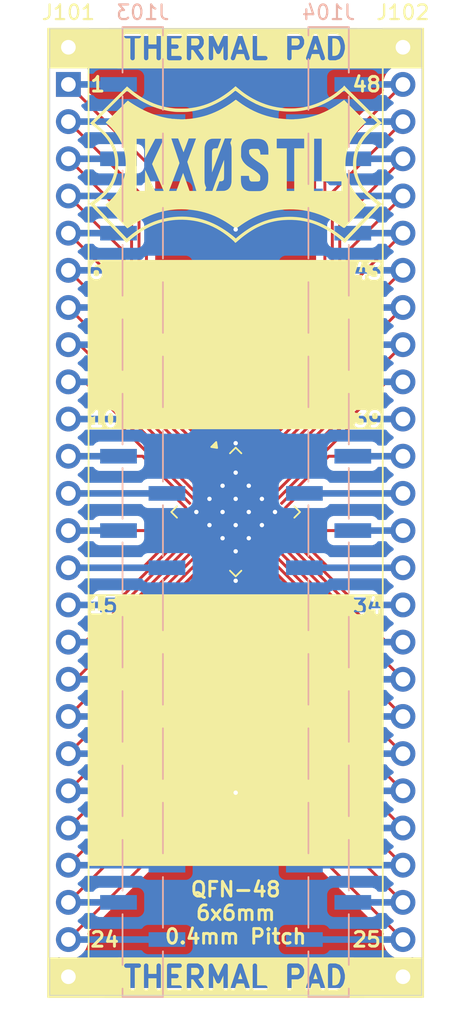
<source format=kicad_pcb>
(kicad_pcb (version 20241229) (generator "pcbnew") (generator_version "9.0")
  (layers (0 "F.Cu" signal) (2 "B.Cu" signal) (13 "F.Paste" user) (15 "B.Paste" user) (5 "F.SilkS" user "F.Silkscreen") (7 "B.SilkS" user "B.Silkscreen") (1 "F.Mask" user) (3 "B.Mask" user) (25 "Edge.Cuts" user))
  (net 0 "")
  (net 1 "/27")
  (net 2 "/10")
  (net 3 "/3")
  (net 4 "/6")
  (net 5 "/8")
  (net 6 "/1")
  (net 7 "/31")
  (net 8 "/7")
  (net 9 "/28")
  (net 10 "/2")
  (net 11 "/32")
  (net 12 "/24")
  (net 13 "/23")
  (net 14 "/19")
  (net 15 "/20")
  (net 16 "/18")
  (net 17 "/9")
  (net 18 "/14")
  (net 19 "/34")
  (net 20 "/26")
  (net 21 "/21")
  (net 22 "/16")
  (net 23 "/29")
  (net 24 "/15")
  (net 25 "/25")
  (net 26 "/30")
  (net 27 "/33")
  (net 28 "/17")
  (net 29 "/5")
  (net 30 "/4")
  (net 31 "/13")
  (net 32 "/12")
  (net 33 "/11")
  (net 34 "/22")
  (net 35 "/43")
  (net 36 "/40")
  (net 37 "/41")
  (net 38 "/48")
  (net 39 "/35")
  (net 40 "/37")
  (net 41 "/49")
  (net 42 "/45")
  (net 43 "/47")
  (net 44 "/39")
  (net 45 "/46")
  (net 46 "/44")
  (net 47 "/42")
  (net 48 "/38")
  (net 49 "/36")
  (footprint "Package_DFN_QFN:QFN-48-1EP_6x6mm_P0.4mm_EP4.3x4.3mm_ThermalVias" (layer "F.Cu") (at 138.43 120.65 -45)
    (property "Reference" "U101" (hide yes))
    (property "Value" "QFN-48")
    (pad "1" smd roundrect (at -3.149999 -2.2 315) (size 1.2 0.2) (layers "F.Cu" "F.Mask" "F.Paste") (net 6 "/1"))
    (pad "2" smd roundrect (at -3.15 -1.8 315) (size 1.2 0.2) (layers "F.Cu" "F.Mask" "F.Paste") (net 10 "/2"))
    (pad "3" smd roundrect (at -3.15 -1.399999 315) (size 1.2 0.2) (layers "F.Cu" "F.Mask" "F.Paste") (net 3 "/3"))
    (pad "4" smd roundrect (at -3.15 -1 315) (size 1.2 0.2) (layers "F.Cu" "F.Mask" "F.Paste") (net 30 "/4"))
    (pad "5" smd roundrect (at -3.149999 -0.6 315) (size 1.2 0.2) (layers "F.Cu" "F.Mask" "F.Paste") (net 29 "/5"))
    (pad "6" smd roundrect (at -3.15 -0.199999 315) (size 1.2 0.2) (layers "F.Cu" "F.Mask" "F.Paste") (net 4 "/6"))
    (pad "7" smd roundrect (at -3.15 0.199999 315) (size 1.2 0.2) (layers "F.Cu" "F.Mask" "F.Paste") (net 8 "/7"))
    (pad "8" smd roundrect (at -3.149999 0.6 315) (size 1.2 0.2) (layers "F.Cu" "F.Mask" "F.Paste") (net 5 "/8"))
    (pad "9" smd roundrect (at -3.15 1 315) (size 1.2 0.2) (layers "F.Cu" "F.Mask" "F.Paste") (net 17 "/9"))
    (pad "10" smd roundrect (at -3.15 1.399999 315) (size 1.2 0.2) (layers "F.Cu" "F.Mask" "F.Paste") (net 2 "/10"))
    (pad "11" smd roundrect (at -3.15 1.8 315) (size 1.2 0.2) (layers "F.Cu" "F.Mask" "F.Paste") (net 33 "/11"))
    (pad "12" smd roundrect (at -3.149999 2.2 315) (size 1.2 0.2) (layers "F.Cu" "F.Mask" "F.Paste") (net 32 "/12"))
    (pad "13" smd roundrect (at -2.2 3.149999 315) (size 0.2 1.2) (layers "F.Cu" "F.Mask" "F.Paste") (net 31 "/13"))
    (pad "14" smd roundrect (at -1.8 3.15 315) (size 0.2 1.2) (layers "F.Cu" "F.Mask" "F.Paste") (net 18 "/14"))
    (pad "15" smd roundrect (at -1.399999 3.15 315) (size 0.2 1.2) (layers "F.Cu" "F.Mask" "F.Paste") (net 24 "/15"))
    (pad "16" smd roundrect (at -1 3.15 315) (size 0.2 1.2) (layers "F.Cu" "F.Mask" "F.Paste") (net 22 "/16"))
    (pad "17" smd roundrect (at -0.6 3.149999 315) (size 0.2 1.2) (layers "F.Cu" "F.Mask" "F.Paste") (net 28 "/17"))
    (pad "18" smd roundrect (at -0.199999 3.15 315) (size 0.2 1.2) (layers "F.Cu" "F.Mask" "F.Paste") (net 16 "/18"))
    (pad "19" smd roundrect (at 0.199999 3.15 315) (size 0.2 1.2) (layers "F.Cu" "F.Mask" "F.Paste") (net 14 "/19"))
    (pad "20" smd roundrect (at 0.6 3.149999 315) (size 0.2 1.2) (layers "F.Cu" "F.Mask" "F.Paste") (net 15 "/20"))
    (pad "21" smd roundrect (at 1 3.15 315) (size 0.2 1.2) (layers "F.Cu" "F.Mask" "F.Paste") (net 21 "/21"))
    (pad "22" smd roundrect (at 1.399999 3.15 315) (size 0.2 1.2) (layers "F.Cu" "F.Mask" "F.Paste") (net 34 "/22"))
    (pad "23" smd roundrect (at 1.8 3.15 315) (size 0.2 1.2) (layers "F.Cu" "F.Mask" "F.Paste") (net 13 "/23"))
    (pad "24" smd roundrect (at 2.2 3.149999 315) (size 0.2 1.2) (layers "F.Cu" "F.Mask" "F.Paste") (net 12 "/24"))
    (pad "25" smd roundrect (at 3.149999 2.2 315) (size 1.2 0.2) (layers "F.Cu" "F.Mask" "F.Paste") (net 25 "/25"))
    (pad "26" smd roundrect (at 3.15 1.8 315) (size 1.2 0.2) (layers "F.Cu" "F.Mask" "F.Paste") (net 20 "/26"))
    (pad "27" smd roundrect (at 3.15 1.399999 315) (size 1.2 0.2) (layers "F.Cu" "F.Mask" "F.Paste") (net 1 "/27"))
    (pad "28" smd roundrect (at 3.15 1 315) (size 1.2 0.2) (layers "F.Cu" "F.Mask" "F.Paste") (net 9 "/28"))
    (pad "29" smd roundrect (at 3.149999 0.6 315) (size 1.2 0.2) (layers "F.Cu" "F.Mask" "F.Paste") (net 23 "/29"))
    (pad "30" smd roundrect (at 3.15 0.199999 315) (size 1.2 0.2) (layers "F.Cu" "F.Mask" "F.Paste") (net 26 "/30"))
    (pad "31" smd roundrect (at 3.15 -0.199999 315) (size 1.2 0.2) (layers "F.Cu" "F.Mask" "F.Paste") (net 7 "/31"))
    (pad "32" smd roundrect (at 3.149999 -0.6 315) (size 1.2 0.2) (layers "F.Cu" "F.Mask" "F.Paste") (net 11 "/32"))
    (pad "33" smd roundrect (at 3.15 -1 315) (size 1.2 0.2) (layers "F.Cu" "F.Mask" "F.Paste") (net 27 "/33"))
    (pad "34" smd roundrect (at 3.15 -1.399999 315) (size 1.2 0.2) (layers "F.Cu" "F.Mask" "F.Paste") (net 19 "/34"))
    (pad "35" smd roundrect (at 3.15 -1.8 315) (size 1.2 0.2) (layers "F.Cu" "F.Mask" "F.Paste") (net 39 "/35"))
    (pad "36" smd roundrect (at 3.149999 -2.2 315) (size 1.2 0.2) (layers "F.Cu" "F.Mask" "F.Paste") (net 49 "/36"))
    (pad "37" smd roundrect (at 2.2 -3.149999 315) (size 0.2 1.2) (layers "F.Cu" "F.Mask" "F.Paste") (net 40 "/37"))
    (pad "38" smd roundrect (at 1.8 -3.15 315) (size 0.2 1.2) (layers "F.Cu" "F.Mask" "F.Paste") (net 48 "/38"))
    (pad "39" smd roundrect (at 1.399999 -3.15 315) (size 0.2 1.2) (layers "F.Cu" "F.Mask" "F.Paste") (net 44 "/39"))
    (pad "40" smd roundrect (at 1 -3.15 315) (size 0.2 1.2) (layers "F.Cu" "F.Mask" "F.Paste") (net 36 "/40"))
    (pad "41" smd roundrect (at 0.6 -3.149999 315) (size 0.2 1.2) (layers "F.Cu" "F.Mask" "F.Paste") (net 37 "/41"))
    (pad "42" smd roundrect (at 0.199999 -3.15 315) (size 0.2 1.2) (layers "F.Cu" "F.Mask" "F.Paste") (net 47 "/42"))
    (pad "43" smd roundrect (at -0.199999 -3.15 315) (size 0.2 1.2) (layers "F.Cu" "F.Mask" "F.Paste") (net 35 "/43"))
    (pad "44" smd roundrect (at -0.6 -3.149999 315) (size 0.2 1.2) (layers "F.Cu" "F.Mask" "F.Paste") (net 46 "/44"))
    (pad "45" smd roundrect (at -1 -3.15 315) (size 0.2 1.2) (layers "F.Cu" "F.Mask" "F.Paste") (net 42 "/45"))
    (pad "46" smd roundrect (at -1.399999 -3.15 315) (size 0.2 1.2) (layers "F.Cu" "F.Mask" "F.Paste") (net 45 "/46"))
    (pad "47" smd roundrect (at -1.8 -3.15 315) (size 0.2 1.2) (layers "F.Cu" "F.Mask" "F.Paste") (net 43 "/47"))
    (pad "48" smd roundrect (at -2.2 -3.149999 315) (size 0.2 1.2) (layers "F.Cu" "F.Mask" "F.Paste") (net 38 "/48"))
    (pad "49" thru_hole circle (at -1.9 -1.9 315) (size 0.5 0.5) (drill 0.3) (property pad_prop_heatsink) (layers "*.Cu") (net 41 "/49"))
    (pad "49" thru_hole circle (at -1.9 -0.633333 315) (size 0.5 0.5) (drill 0.3) (property pad_prop_heatsink) (layers "*.Cu") (net 41 "/49"))
    (pad "49" thru_hole circle (at -1.9 0.633333 315) (size 0.5 0.5) (drill 0.3) (property pad_prop_heatsink) (layers "*.Cu") (net 41 "/49"))
    (pad "49" thru_hole circle (at -1.9 1.9 315) (size 0.5 0.5) (drill 0.3) (property pad_prop_heatsink) (layers "*.Cu") (net 41 "/49"))
    (pad "49" thru_hole circle (at -0.633333 -1.9 315) (size 0.5 0.5) (drill 0.3) (property pad_prop_heatsink) (layers "*.Cu") (net 41 "/49"))
    (pad "49" thru_hole circle (at -0.633333 -0.633333 315) (size 0.5 0.5) (drill 0.3) (property pad_prop_heatsink) (layers "*.Cu") (net 41 "/49"))
    (pad "49" thru_hole circle (at -0.633333 0.633333 315) (size 0.5 0.5) (drill 0.3) (property pad_prop_heatsink) (layers "*.Cu") (net 41 "/49"))
    (pad "49" thru_hole circle (at -0.633333 1.9 315) (size 0.5 0.5) (drill 0.3) (property pad_prop_heatsink) (layers "*.Cu") (net 41 "/49"))
    (pad "49" smd rect (at 0 0 315) (size 4.3 4.3) (property pad_prop_heatsink) (layers "F.Cu" "F.Mask") (net 41 "/49"))
    (pad "49" smd rect (at 0 0 315) (size 4.3 4.3) (property pad_prop_heatsink) (layers "B.Cu") (net 41 "/49"))
    (pad "49" thru_hole circle (at 0.633333 -1.9 315) (size 0.5 0.5) (drill 0.3) (property pad_prop_heatsink) (layers "*.Cu") (net 41 "/49"))
    (pad "49" thru_hole circle (at 0.633333 -0.633333 315) (size 0.5 0.5) (drill 0.3) (property pad_prop_heatsink) (layers "*.Cu") (net 41 "/49"))
    (pad "49" thru_hole circle (at 0.633333 0.633333 315) (size 0.5 0.5) (drill 0.3) (property pad_prop_heatsink) (layers "*.Cu") (net 41 "/49"))
    (pad "49" thru_hole circle (at 0.633333 1.9 315) (size 0.5 0.5) (drill 0.3) (property pad_prop_heatsink) (layers "*.Cu") (net 41 "/49"))
    (pad "49" thru_hole circle (at 1.9 -1.9 315) (size 0.5 0.5) (drill 0.3) (property pad_prop_heatsink) (layers "*.Cu") (net 41 "/49"))
    (pad "49" thru_hole circle (at 1.9 -0.633333 315) (size 0.5 0.5) (drill 0.3) (property pad_prop_heatsink) (layers "*.Cu") (net 41 "/49"))
    (pad "49" thru_hole circle (at 1.9 0.633333 315) (size 0.5 0.5) (drill 0.3) (property pad_prop_heatsink) (layers "*.Cu") (net 41 "/49"))
    (pad "49" thru_hole circle (at 1.9 1.9 315) (size 0.5 0.5) (drill 0.3) (property pad_prop_heatsink) (layers "*.Cu") (net 41 "/49"))
  )
  (footprint "libraries:LogoSmall" (layer "F.Cu") (at 138.430934 96.897121)
    (property "Reference" "G***" (hide yes))
    (property "Value" "LOGO" (hide yes))
  )
  (footprint "Connector_PinHeader_2.54mm:PinHeader_1x26_P2.54mm_Vertical" (layer "F.Cu") (at 127 88.9)
    (property "Reference" "J101" (at 0 -2.38 0) (layer "F.SilkS"))
    (property "Value" "Conn_01x26")
    (pad "1" thru_hole circle (at 0 0) (size 1.7 1.7) (drill 1) (layers "*.Cu" "*.Mask") (net 41 "/49"))
    (pad "2" thru_hole rect (at 0 2.54) (size 1.7 1.7) (drill 1) (layers "*.Cu" "*.Mask") (net 6 "/1"))
    (pad "3" thru_hole circle (at 0 5.08) (size 1.7 1.7) (drill 1) (layers "*.Cu" "*.Mask") (net 10 "/2"))
    (pad "4" thru_hole circle (at 0 7.62) (size 1.7 1.7) (drill 1) (layers "*.Cu" "*.Mask") (net 3 "/3"))
    (pad "5" thru_hole circle (at 0 10.16) (size 1.7 1.7) (drill 1) (layers "*.Cu" "*.Mask") (net 30 "/4"))
    (pad "6" thru_hole circle (at 0 12.7) (size 1.7 1.7) (drill 1) (layers "*.Cu" "*.Mask") (net 29 "/5"))
    (pad "7" thru_hole circle (at 0 15.24) (size 1.7 1.7) (drill 1) (layers "*.Cu" "*.Mask") (net 4 "/6"))
    (pad "8" thru_hole circle (at 0 17.78) (size 1.7 1.7) (drill 1) (layers "*.Cu" "*.Mask") (net 8 "/7"))
    (pad "9" thru_hole circle (at 0 20.32) (size 1.7 1.7) (drill 1) (layers "*.Cu" "*.Mask") (net 5 "/8"))
    (pad "10" thru_hole circle (at 0 22.86) (size 1.7 1.7) (drill 1) (layers "*.Cu" "*.Mask") (net 17 "/9"))
    (pad "11" thru_hole circle (at 0 25.4) (size 1.7 1.7) (drill 1) (layers "*.Cu" "*.Mask") (net 2 "/10"))
    (pad "12" thru_hole circle (at 0 27.94) (size 1.7 1.7) (drill 1) (layers "*.Cu" "*.Mask") (net 33 "/11"))
    (pad "13" thru_hole circle (at 0 30.48) (size 1.7 1.7) (drill 1) (layers "*.Cu" "*.Mask") (net 32 "/12"))
    (pad "14" thru_hole circle (at 0 33.02) (size 1.7 1.7) (drill 1) (layers "*.Cu" "*.Mask") (net 31 "/13"))
    (pad "15" thru_hole circle (at 0 35.56) (size 1.7 1.7) (drill 1) (layers "*.Cu" "*.Mask") (net 18 "/14"))
    (pad "16" thru_hole circle (at 0 38.1) (size 1.7 1.7) (drill 1) (layers "*.Cu" "*.Mask") (net 24 "/15"))
    (pad "17" thru_hole circle (at 0 40.64) (size 1.7 1.7) (drill 1) (layers "*.Cu" "*.Mask") (net 22 "/16"))
    (pad "18" thru_hole circle (at 0 43.18) (size 1.7 1.7) (drill 1) (layers "*.Cu" "*.Mask") (net 28 "/17"))
    (pad "19" thru_hole circle (at 0 45.72) (size 1.7 1.7) (drill 1) (layers "*.Cu" "*.Mask") (net 16 "/18"))
    (pad "20" thru_hole circle (at 0 48.26) (size 1.7 1.7) (drill 1) (layers "*.Cu" "*.Mask") (net 14 "/19"))
    (pad "21" thru_hole circle (at 0 50.8) (size 1.7 1.7) (drill 1) (layers "*.Cu" "*.Mask") (net 15 "/20"))
    (pad "22" thru_hole circle (at 0 53.34) (size 1.7 1.7) (drill 1) (layers "*.Cu" "*.Mask") (net 21 "/21"))
    (pad "23" thru_hole circle (at 0 55.88) (size 1.7 1.7) (drill 1) (layers "*.Cu" "*.Mask") (net 34 "/22"))
    (pad "24" thru_hole circle (at 0 58.42) (size 1.7 1.7) (drill 1) (layers "*.Cu" "*.Mask") (net 13 "/23"))
    (pad "25" thru_hole circle (at 0 60.96) (size 1.7 1.7) (drill 1) (layers "*.Cu" "*.Mask") (net 12 "/24"))
    (pad "26" thru_hole circle (at 0 63.5) (size 1.7 1.7) (drill 1) (layers "*.Cu" "*.Mask") (net 41 "/49"))
  )
  (footprint "Connector_PinHeader_2.54mm:PinHeader_1x26_P2.54mm_Vertical" (layer "F.Cu") (at 149.86 88.9)
    (property "Reference" "J102" (at 0 -2.38 0) (layer "F.SilkS"))
    (property "Value" "Conn_01x26")
    (pad "1" thru_hole circle (at 0 0) (size 1.7 1.7) (drill 1) (layers "*.Cu" "*.Mask") (net 41 "/49"))
    (pad "2" thru_hole circle (at 0 2.54) (size 1.7 1.7) (drill 1) (layers "*.Cu" "*.Mask") (net 38 "/48"))
    (pad "3" thru_hole circle (at 0 5.08) (size 1.7 1.7) (drill 1) (layers "*.Cu" "*.Mask") (net 43 "/47"))
    (pad "4" thru_hole circle (at 0 7.62) (size 1.7 1.7) (drill 1) (layers "*.Cu" "*.Mask") (net 45 "/46"))
    (pad "5" thru_hole circle (at 0 10.16) (size 1.7 1.7) (drill 1) (layers "*.Cu" "*.Mask") (net 42 "/45"))
    (pad "6" thru_hole circle (at 0 12.7) (size 1.7 1.7) (drill 1) (layers "*.Cu" "*.Mask") (net 46 "/44"))
    (pad "7" thru_hole circle (at 0 15.24) (size 1.7 1.7) (drill 1) (layers "*.Cu" "*.Mask") (net 35 "/43"))
    (pad "8" thru_hole circle (at 0 17.78) (size 1.7 1.7) (drill 1) (layers "*.Cu" "*.Mask") (net 47 "/42"))
    (pad "9" thru_hole circle (at 0 20.32) (size 1.7 1.7) (drill 1) (layers "*.Cu" "*.Mask") (net 37 "/41"))
    (pad "10" thru_hole circle (at 0 22.86) (size 1.7 1.7) (drill 1) (layers "*.Cu" "*.Mask") (net 36 "/40"))
    (pad "11" thru_hole circle (at 0 25.4) (size 1.7 1.7) (drill 1) (layers "*.Cu" "*.Mask") (net 44 "/39"))
    (pad "12" thru_hole circle (at 0 27.94) (size 1.7 1.7) (drill 1) (layers "*.Cu" "*.Mask") (net 48 "/38"))
    (pad "13" thru_hole circle (at 0 30.48) (size 1.7 1.7) (drill 1) (layers "*.Cu" "*.Mask") (net 40 "/37"))
    (pad "14" thru_hole circle (at 0 33.02) (size 1.7 1.7) (drill 1) (layers "*.Cu" "*.Mask") (net 49 "/36"))
    (pad "15" thru_hole circle (at 0 35.56) (size 1.7 1.7) (drill 1) (layers "*.Cu" "*.Mask") (net 39 "/35"))
    (pad "16" thru_hole circle (at 0 38.1) (size 1.7 1.7) (drill 1) (layers "*.Cu" "*.Mask") (net 19 "/34"))
    (pad "17" thru_hole circle (at 0 40.64) (size 1.7 1.7) (drill 1) (layers "*.Cu" "*.Mask") (net 27 "/33"))
    (pad "18" thru_hole circle (at 0 43.18) (size 1.7 1.7) (drill 1) (layers "*.Cu" "*.Mask") (net 11 "/32"))
    (pad "19" thru_hole circle (at 0 45.72) (size 1.7 1.7) (drill 1) (layers "*.Cu" "*.Mask") (net 7 "/31"))
    (pad "20" thru_hole circle (at 0 48.26) (size 1.7 1.7) (drill 1) (layers "*.Cu" "*.Mask") (net 26 "/30"))
    (pad "21" thru_hole circle (at 0 50.8) (size 1.7 1.7) (drill 1) (layers "*.Cu" "*.Mask") (net 23 "/29"))
    (pad "22" thru_hole circle (at 0 53.34) (size 1.7 1.7) (drill 1) (layers "*.Cu" "*.Mask") (net 9 "/28"))
    (pad "23" thru_hole circle (at 0 55.88) (size 1.7 1.7) (drill 1) (layers "*.Cu" "*.Mask") (net 1 "/27"))
    (pad "24" thru_hole circle (at 0 58.42) (size 1.7 1.7) (drill 1) (layers "*.Cu" "*.Mask") (net 20 "/26"))
    (pad "25" thru_hole circle (at 0 60.96) (size 1.7 1.7) (drill 1) (layers "*.Cu" "*.Mask") (net 25 "/25"))
    (pad "26" thru_hole circle (at 0 63.5) (size 1.7 1.7) (drill 1) (layers "*.Cu" "*.Mask") (net 41 "/49"))
  )
  (footprint "Connector_PinHeader_2.54mm:PinHeader_1x26_P2.54mm_Vertical_SMD_Pin1Left" (layer "B.Cu") (at 132.08 120.65 180)
    (property "Reference" "J103" (at 0 34.13 0) (layer "B.SilkS") (effects (justify mirror)))
    (property "Value" "Conn_01x26")
    (pad "1" smd rect (at -1.655 31.75 180) (size 2.51 1) (layers "B.Cu" "B.Mask" "B.Paste") (net 41 "/49"))
    (pad "2" smd rect (at 1.655 29.21 180) (size 2.51 1) (layers "B.Cu" "B.Mask" "B.Paste") (net 6 "/1"))
    (pad "3" smd rect (at -1.655 26.67 180) (size 2.51 1) (layers "B.Cu" "B.Mask" "B.Paste") (net 10 "/2"))
    (pad "4" smd rect (at 1.655 24.13 180) (size 2.51 1) (layers "B.Cu" "B.Mask" "B.Paste") (net 3 "/3"))
    (pad "5" smd rect (at -1.655 21.59 180) (size 2.51 1) (layers "B.Cu" "B.Mask" "B.Paste") (net 30 "/4"))
    (pad "6" smd rect (at 1.655 19.05 180) (size 2.51 1) (layers "B.Cu" "B.Mask" "B.Paste") (net 29 "/5"))
    (pad "7" smd rect (at -1.655 16.51 180) (size 2.51 1) (layers "B.Cu" "B.Mask" "B.Paste") (net 4 "/6"))
    (pad "8" smd rect (at 1.655 13.97 180) (size 2.51 1) (layers "B.Cu" "B.Mask" "B.Paste") (net 8 "/7"))
    (pad "9" smd rect (at -1.655 11.43 180) (size 2.51 1) (layers "B.Cu" "B.Mask" "B.Paste") (net 5 "/8"))
    (pad "10" smd rect (at 1.655 8.89 180) (size 2.51 1) (layers "B.Cu" "B.Mask" "B.Paste") (net 17 "/9"))
    (pad "11" smd rect (at -1.655 6.35 180) (size 2.51 1) (layers "B.Cu" "B.Mask" "B.Paste") (net 2 "/10"))
    (pad "12" smd rect (at 1.655 3.81 180) (size 2.51 1) (layers "B.Cu" "B.Mask" "B.Paste") (net 33 "/11"))
    (pad "13" smd rect (at -1.655 1.27 180) (size 2.51 1) (layers "B.Cu" "B.Mask" "B.Paste") (net 32 "/12"))
    (pad "14" smd rect (at 1.655 -1.27 180) (size 2.51 1) (layers "B.Cu" "B.Mask" "B.Paste") (net 31 "/13"))
    (pad "15" smd rect (at -1.655 -3.81 180) (size 2.51 1) (layers "B.Cu" "B.Mask" "B.Paste") (net 18 "/14"))
    (pad "16" smd rect (at 1.655 -6.35 180) (size 2.51 1) (layers "B.Cu" "B.Mask" "B.Paste") (net 24 "/15"))
    (pad "17" smd rect (at -1.655 -8.89 180) (size 2.51 1) (layers "B.Cu" "B.Mask" "B.Paste") (net 22 "/16"))
    (pad "18" smd rect (at 1.655 -11.43 180) (size 2.51 1) (layers "B.Cu" "B.Mask" "B.Paste") (net 28 "/17"))
    (pad "19" smd rect (at -1.655 -13.97 180) (size 2.51 1) (layers "B.Cu" "B.Mask" "B.Paste") (net 16 "/18"))
    (pad "20" smd rect (at 1.655 -16.51 180) (size 2.51 1) (layers "B.Cu" "B.Mask" "B.Paste") (net 14 "/19"))
    (pad "21" smd rect (at -1.655 -19.05 180) (size 2.51 1) (layers "B.Cu" "B.Mask" "B.Paste") (net 15 "/20"))
    (pad "22" smd rect (at 1.655 -21.59 180) (size 2.51 1) (layers "B.Cu" "B.Mask" "B.Paste") (net 21 "/21"))
    (pad "23" smd rect (at -1.655 -24.13 180) (size 2.51 1) (layers "B.Cu" "B.Mask" "B.Paste") (net 34 "/22"))
    (pad "24" smd rect (at 1.655 -26.67 180) (size 2.51 1) (layers "B.Cu" "B.Mask" "B.Paste") (net 13 "/23"))
    (pad "25" smd rect (at -1.655 -29.21 180) (size 2.51 1) (layers "B.Cu" "B.Mask" "B.Paste") (net 12 "/24"))
    (pad "26" smd rect (at 1.655 -31.75 180) (size 2.51 1) (layers "B.Cu" "B.Mask" "B.Paste") (net 41 "/49"))
  )
  (footprint "Connector_PinHeader_2.54mm:PinHeader_1x26_P2.54mm_Vertical_SMD_Pin1Right" (layer "B.Cu") (at 144.78 120.65 180)
    (property "Reference" "J104" (at 0 34.13 0) (layer "B.SilkS") (effects (justify mirror)))
    (property "Value" "Conn_01x26")
    (pad "1" smd rect (at 1.655 31.75 180) (size 2.51 1) (layers "B.Cu" "B.Mask" "B.Paste") (net 41 "/49"))
    (pad "2" smd rect (at -1.655 29.21 180) (size 2.51 1) (layers "B.Cu" "B.Mask" "B.Paste") (net 38 "/48"))
    (pad "3" smd rect (at 1.655 26.67 180) (size 2.51 1) (layers "B.Cu" "B.Mask" "B.Paste") (net 43 "/47"))
    (pad "4" smd rect (at -1.655 24.13 180) (size 2.51 1) (layers "B.Cu" "B.Mask" "B.Paste") (net 45 "/46"))
    (pad "5" smd rect (at 1.655 21.59 180) (size 2.51 1) (layers "B.Cu" "B.Mask" "B.Paste") (net 42 "/45"))
    (pad "6" smd rect (at -1.655 19.05 180) (size 2.51 1) (layers "B.Cu" "B.Mask" "B.Paste") (net 46 "/44"))
    (pad "7" smd rect (at 1.655 16.51 180) (size 2.51 1) (layers "B.Cu" "B.Mask" "B.Paste") (net 35 "/43"))
    (pad "8" smd rect (at -1.655 13.97 180) (size 2.51 1) (layers "B.Cu" "B.Mask" "B.Paste") (net 47 "/42"))
    (pad "9" smd rect (at 1.655 11.43 180) (size 2.51 1) (layers "B.Cu" "B.Mask" "B.Paste") (net 37 "/41"))
    (pad "10" smd rect (at -1.655 8.89 180) (size 2.51 1) (layers "B.Cu" "B.Mask" "B.Paste") (net 36 "/40"))
    (pad "11" smd rect (at 1.655 6.35 180) (size 2.51 1) (layers "B.Cu" "B.Mask" "B.Paste") (net 44 "/39"))
    (pad "12" smd rect (at -1.655 3.81 180) (size 2.51 1) (layers "B.Cu" "B.Mask" "B.Paste") (net 48 "/38"))
    (pad "13" smd rect (at 1.655 1.27 180) (size 2.51 1) (layers "B.Cu" "B.Mask" "B.Paste") (net 40 "/37"))
    (pad "14" smd rect (at -1.655 -1.27 180) (size 2.51 1) (layers "B.Cu" "B.Mask" "B.Paste") (net 49 "/36"))
    (pad "15" smd rect (at 1.655 -3.81 180) (size 2.51 1) (layers "B.Cu" "B.Mask" "B.Paste") (net 39 "/35"))
    (pad "16" smd rect (at -1.655 -6.35 180) (size 2.51 1) (layers "B.Cu" "B.Mask" "B.Paste") (net 19 "/34"))
    (pad "17" smd rect (at 1.655 -8.89 180) (size 2.51 1) (layers "B.Cu" "B.Mask" "B.Paste") (net 27 "/33"))
    (pad "18" smd rect (at -1.655 -11.43 180) (size 2.51 1) (layers "B.Cu" "B.Mask" "B.Paste") (net 11 "/32"))
    (pad "19" smd rect (at 1.655 -13.97 180) (size 2.51 1) (layers "B.Cu" "B.Mask" "B.Paste") (net 7 "/31"))
    (pad "20" smd rect (at -1.655 -16.51 180) (size 2.51 1) (layers "B.Cu" "B.Mask" "B.Paste") (net 26 "/30"))
    (pad "21" smd rect (at 1.655 -19.05 180) (size 2.51 1) (layers "B.Cu" "B.Mask" "B.Paste") (net 23 "/29"))
    (pad "22" smd rect (at -1.655 -21.59 180) (size 2.51 1) (layers "B.Cu" "B.Mask" "B.Paste") (net 9 "/28"))
    (pad "23" smd rect (at 1.655 -24.13 180) (size 2.51 1) (layers "B.Cu" "B.Mask" "B.Paste") (net 1 "/27"))
    (pad "24" smd rect (at -1.655 -26.67 180) (size 2.51 1) (layers "B.Cu" "B.Mask" "B.Paste") (net 20 "/26"))
    (pad "25" smd rect (at 1.655 -29.21 180) (size 2.51 1) (layers "B.Cu" "B.Mask" "B.Paste") (net 25 "/25"))
    (pad "26" smd rect (at -1.655 -31.75 180) (size 2.51 1) (layers "B.Cu" "B.Mask" "B.Paste") (net 41 "/49"))
  )
  (gr_rect (start 125.603 151.12975) (end 130.683 153.797) (stroke (width 0.1)) (fill yes) (layer "F.SilkS"))
  (gr_rect (start 130.357355 106.256355) (end 146.453355 114.943355) (stroke (width 0.1)) (fill yes) (layer "F.SilkS"))
  (gr_rect (start 128.397 127.732) (end 148.463 144.78) (stroke (width 0.1)) (fill yes) (layer "F.SilkS"))
  (gr_rect (start 130.36975 89.89085) (end 146.1685 90.29725) (stroke (width 0.1)) (fill yes) (layer "F.SilkS"))
  (gr_rect (start 146.0415 151.12975) (end 151.24 153.797) (stroke (width 0.1)) (fill yes) (layer "F.SilkS"))
  (gr_rect (start 129.7855 87.63) (end 146.72725 87.8586) (stroke (width 0.1)) (fill yes) (layer "F.SilkS"))
  (gr_rect (start 130.4205 151.12975) (end 146.47325 151.3581) (stroke (width 0.1)) (fill yes) (layer "F.SilkS"))
  (gr_rect (start 129.48075 153.3906) (end 147.1845 153.797) (stroke (width 0.1)) (fill yes) (layer "F.SilkS"))
  (gr_rect (start 129.387 103.48) (end 146.483 112.167) (stroke (width 0.1)) (fill yes) (layer "F.SilkS"))
  (gr_rect (start 130.362 126.323) (end 146.418 135.01) (stroke (width 0.1)) (fill yes) (layer "F.SilkS"))
  (gr_rect (start 128.397 104.858) (end 148.463 113.545) (stroke (width 0.1)) (fill yes) (layer "F.SilkS"))
  (gr_rect (start 125.603 87.63) (end 130.683 90.29725) (stroke (width 0.1)) (fill yes) (layer "F.SilkS"))
  (gr_rect (start 146.05425 87.63) (end 151.24 90.29725) (stroke (width 0.1)) (fill yes) (layer "F.SilkS"))
  (gr_rect (start 125.73 87.63) (end 151.13 153.67) (stroke (width 0.05)) (fill no) (layer "Edge.Cuts"))
  (gr_text "34" (at 148.5 127.08 0) (layer "F.SilkS" knockout) (effects (font (size 1 1) (thickness 0.2) (bold yes)) (justify right)))
  (gr_text "48" (at 148.463 91.44 0) (layer "F.SilkS") (effects (font (size 1 1) (thickness 0.2) (bold yes)) (justify right)))
  (gr_text "25" (at 148.463 149.86 0) (layer "F.SilkS") (effects (font (size 1 1) (thickness 0.2) (bold yes)) (justify right)))
  (gr_text "10" (at 128.32 114.33 0) (layer "F.SilkS" knockout) (effects (font (size 1 1) (thickness 0.2) (bold yes)) (justify left)))
  (gr_text "QFN-48\n6x6mm\n0.4mm Pitch" (at 138.43 150.241 0) (layer "F.SilkS") (effects (font (size 1 1) (thickness 0.2) (bold yes)) (justify bottom)))
  (gr_text "43" (at 148.54 104.24 0) (layer "F.SilkS" knockout) (effects (font (size 1 1) (thickness 0.2) (bold yes)) (justify right)))
  (gr_text "15" (at 128.31 127.03 0) (layer "F.SilkS" knockout) (effects (font (size 1 1) (thickness 0.2) (bold yes)) (justify left)))
  (gr_text "THERMAL PAD" (at 138.4215 152.463375 0) (layer "F.SilkS" knockout) (effects (font (size 1.5 1.5) (thickness 0.3))))
  (gr_text "THERMAL PAD" (at 138.4215 88.963625 0) (layer "F.SilkS" knockout) (effects (font (size 1.5 1.5) (thickness 0.3))))
  (gr_text "6" (at 128.3 104.19 0) (layer "F.SilkS" knockout) (effects (font (size 1 1) (thickness 0.2) (bold yes)) (justify left)))
  (gr_text "39" (at 148.55 114.33 0) (layer "F.SilkS" knockout) (effects (font (size 1 1) (thickness 0.2) (bold yes)) (justify right)))
  (gr_text "1" (at 128.397 91.44 0) (layer "F.SilkS") (effects (font (size 1 1) (thickness 0.2) (bold yes)) (justify left)))
  (gr_text "24" (at 128.397 149.86 0) (layer "F.SilkS") (effects (font (size 1 1) (thickness 0.2) (bold yes)) (justify left)))
  (segment (start 139.667438 123.867335) (end 145.542 129.741897) (width 0.2) (layer "F.Cu") (net 1))
  (segment (start 145.542 129.741897) (end 145.542 140.462) (width 0.2) (layer "F.Cu") (net 1))
  (segment (start 145.542 140.462) (end 149.86 144.78) (width 0.2) (layer "F.Cu") (net 1))
  (segment (start 143.125 144.78) (end 149.86 144.78) (width 0.45) (layer "B.Cu") (net 1))
  (segment (start 130.100103 114.3) (end 127 114.3) (width 0.2) (layer "F.Cu") (net 2))
  (segment (start 135.212665 119.412562) (end 130.100103 114.3) (width 0.2) (layer "F.Cu") (net 2))
  (segment (start 133.735 114.3) (end 127 114.3) (width 0.45) (layer "B.Cu") (net 2))
  (segment (start 131.318 111.558103) (end 131.318 100.838) (width 0.2) (layer "F.Cu") (net 3))
  (segment (start 131.318 100.838) (end 127 96.52) (width 0.2) (layer "F.Cu") (net 3))
  (segment (start 137.192562 117.432665) (end 131.318 111.558103) (width 0.2) (layer "F.Cu") (net 3))
  (segment (start 127 96.52) (end 130.425 96.52) (width 0.45) (layer "B.Cu") (net 3))
  (segment (start 129.794 111.731159) (end 129.794 106.934) (width 0.2) (layer "F.Cu") (net 4))
  (segment (start 129.794 106.934) (end 127 104.14) (width 0.2) (layer "F.Cu") (net 4))
  (segment (start 136.344034 118.281193) (end 129.794 111.731159) (width 0.2) (layer "F.Cu") (net 4))
  (segment (start 133.735 104.14) (end 127 104.14) (width 0.45) (layer "B.Cu") (net 4))
  (segment (start 128.778 110.236) (end 127.762 109.22) (width 0.2) (layer "F.Cu") (net 5))
  (segment (start 135.77835 118.846878) (end 128.778 111.846528) (width 0.2) (layer "F.Cu") (net 5))
  (segment (start 127.762 109.22) (end 127 109.22) (width 0.2) (layer "F.Cu") (net 5))
  (segment (start 128.778 111.846528) (end 128.778 110.236) (width 0.2) (layer "F.Cu") (net 5))
  (segment (start 133.735 109.22) (end 127 109.22) (width 0.45) (layer "B.Cu") (net 5))
  (segment (start 132.334 96.774) (end 127 91.44) (width 0.2) (layer "F.Cu") (net 6))
  (segment (start 132.334 111.44273) (end 132.334 96.774) (width 0.2) (layer "F.Cu") (net 6))
  (segment (start 137.758249 116.866979) (end 132.334 111.44273) (width 0.2) (layer "F.Cu") (net 6))
  (segment (start 127 91.44) (end 130.425 91.44) (width 0.45) (layer "B.Cu") (net 6))
  (segment (start 147.574 132.334) (end 149.86 134.62) (width 0.2) (layer "F.Cu") (net 7))
  (segment (start 147.574 129.511159) (end 147.574 132.334) (width 0.2) (layer "F.Cu") (net 7))
  (segment (start 140.798807 122.735966) (end 147.574 129.511159) (width 0.2) (layer "F.Cu") (net 7))
  (segment (start 143.125 134.62) (end 149.86 134.62) (width 0.45) (layer "B.Cu") (net 7))
  (segment (start 129.286 111.788841) (end 129.286 108.966) (width 0.2) (layer "F.Cu") (net 8))
  (segment (start 129.286 108.966) (end 127 106.68) (width 0.2) (layer "F.Cu") (net 8))
  (segment (start 136.061193 118.564034) (end 129.286 111.788841) (width 0.2) (layer "F.Cu") (net 8))
  (segment (start 127 106.68) (end 130.425 106.68) (width 0.45) (layer "B.Cu") (net 8))
  (segment (start 146.05 138.43) (end 149.86 142.24) (width 0.2) (layer "F.Cu") (net 9))
  (segment (start 146.05 129.684213) (end 146.05 138.43) (width 0.2) (layer "F.Cu") (net 9))
  (segment (start 139.95028 123.584493) (end 146.05 129.684213) (width 0.2) (layer "F.Cu") (net 9))
  (segment (start 149.86 142.24) (end 146.435 142.24) (width 0.45) (layer "B.Cu") (net 9))
  (segment (start 131.826 111.500415) (end 131.826 98.806) (width 0.2) (layer "F.Cu") (net 10))
  (segment (start 131.826 98.806) (end 127 93.98) (width 0.2) (layer "F.Cu") (net 10))
  (segment (start 137.475406 117.149821) (end 131.826 111.500415) (width 0.2) (layer "F.Cu") (net 10))
  (segment (start 133.735 93.98) (end 127 93.98) (width 0.45) (layer "B.Cu") (net 10))
  (segment (start 141.08165 122.453122) (end 148.082 129.453472) (width 0.2) (layer "F.Cu") (net 11))
  (segment (start 148.082 129.453472) (end 148.082 130.302) (width 0.2) (layer "F.Cu") (net 11))
  (segment (start 148.082 130.302) (end 149.86 132.08) (width 0.2) (layer "F.Cu") (net 11))
  (segment (start 149.86 132.08) (end 146.435 132.08) (width 0.45) (layer "B.Cu") (net 11))
  (segment (start 132.334 129.85727) (end 132.334 144.526) (width 0.2) (layer "F.Cu") (net 12))
  (segment (start 132.334 144.526) (end 127 149.86) (width 0.2) (layer "F.Cu") (net 12))
  (segment (start 137.758249 124.433021) (end 132.334 129.85727) (width 0.2) (layer "F.Cu") (net 12))
  (segment (start 127 149.86) (end 133.735 149.86) (width 0.45) (layer "B.Cu") (net 12))
  (segment (start 137.475406 124.150179) (end 137.475404 124.150179) (width 0.2) (layer "F.Cu") (net 13))
  (segment (start 137.475404 124.150179) (end 131.826 129.799583) (width 0.2) (layer "F.Cu") (net 13))
  (segment (start 131.826 142.494) (end 127 147.32) (width 0.2) (layer "F.Cu") (net 13))
  (segment (start 131.826 129.799583) (end 131.826 142.494) (width 0.2) (layer "F.Cu") (net 13))
  (segment (start 130.425 147.32) (end 127 147.32) (width 0.45) (layer "B.Cu") (net 13))
  (segment (start 136.344034 123.018807) (end 129.794 129.568841) (width 0.2) (layer "F.Cu") (net 14))
  (segment (start 129.794 134.366) (end 127 137.16) (width 0.2) (layer "F.Cu") (net 14))
  (segment (start 129.794 129.568841) (end 129.794 134.366) (width 0.2) (layer "F.Cu") (net 14))
  (segment (start 127 137.16) (end 130.425 137.16) (width 0.45) (layer "B.Cu") (net 14))
  (segment (start 130.302 129.626528) (end 130.302 136.398) (width 0.2) (layer "F.Cu") (net 15))
  (segment (start 136.626878 123.30165) (end 130.302 129.626528) (width 0.2) (layer "F.Cu") (net 15))
  (segment (start 130.302 136.398) (end 127 139.7) (width 0.2) (layer "F.Cu") (net 15))
  (segment (start 133.735 139.7) (end 127 139.7) (width 0.45) (layer "B.Cu") (net 15))
  (segment (start 129.286 132.334) (end 127 134.62) (width 0.2) (layer "F.Cu") (net 16))
  (segment (start 129.286 129.511159) (end 129.286 132.334) (width 0.2) (layer "F.Cu") (net 16))
  (segment (start 136.061193 122.735966) (end 129.286 129.511159) (width 0.2) (layer "F.Cu") (net 16))
  (segment (start 133.735 134.62) (end 127 134.62) (width 0.45) (layer "B.Cu") (net 16))
  (segment (start 128.125787 111.76) (end 135.495507 119.12972) (width 0.2) (layer "F.Cu") (net 17))
  (segment (start 127 111.76) (end 128.125787 111.76) (width 0.2) (layer "F.Cu") (net 17))
  (segment (start 127 111.76) (end 130.425 111.76) (width 0.45) (layer "B.Cu") (net 17))
  (segment (start 134.929821 121.604594) (end 132.074415 124.46) (width 0.2) (layer "F.Cu") (net 18))
  (segment (start 132.074415 124.46) (end 127 124.46) (width 0.2) (layer "F.Cu") (net 18))
  (segment (start 133.735 124.46) (end 127 124.46) (width 0.45) (layer "B.Cu") (net 18))
  (segment (start 146.759897 127) (end 149.86 127) (width 0.2) (layer "F.Cu") (net 19))
  (segment (start 141.647335 121.887438) (end 146.759897 127) (width 0.2) (layer "F.Cu") (net 19))
  (segment (start 149.86 127) (end 146.435 127) (width 0.45) (layer "B.Cu") (net 19))
  (segment (start 145.034 142.494) (end 149.86 147.32) (width 0.2) (layer "F.Cu") (net 20))
  (segment (start 145.034 129.799585) (end 145.034 142.494) (width 0.2) (layer "F.Cu") (net 20))
  (segment (start 139.384594 124.150179) (end 145.034 129.799585) (width 0.2) (layer "F.Cu") (net 20))
  (segment (start 149.86 147.32) (end 146.435 147.32) (width 0.45) (layer "B.Cu") (net 20))
  (segment (start 130.81 129.684213) (end 130.81 138.43) (width 0.2) (layer "F.Cu") (net 21))
  (segment (start 130.81 138.43) (end 127 142.24) (width 0.2) (layer "F.Cu") (net 21))
  (segment (start 136.90972 123.584493) (end 130.81 129.684213) (width 0.2) (layer "F.Cu") (net 21))
  (segment (start 127 142.24) (end 130.425 142.24) (width 0.45) (layer "B.Cu") (net 21))
  (segment (start 135.495507 122.17028) (end 128.125787 129.54) (width 0.2) (layer "F.Cu") (net 22))
  (segment (start 128.125787 129.54) (end 127 129.54) (width 0.2) (layer "F.Cu") (net 22))
  (segment (start 133.735 129.54) (end 127 129.54) (width 0.45) (layer "B.Cu") (net 22))
  (segment (start 146.558 129.626528) (end 146.558 136.398) (width 0.2) (layer "F.Cu") (net 23))
  (segment (start 140.233122 123.30165) (end 146.558 129.626528) (width 0.2) (layer "F.Cu") (net 23))
  (segment (start 146.558 136.398) (end 149.86 139.7) (width 0.2) (layer "F.Cu") (net 23))
  (segment (start 143.125 139.7) (end 149.86 139.7) (width 0.45) (layer "B.Cu") (net 23))
  (segment (start 135.212665 121.887438) (end 130.100103 127) (width 0.2) (layer "F.Cu") (net 24))
  (segment (start 130.100103 127) (end 127 127) (width 0.2) (layer "F.Cu") (net 24))
  (segment (start 127 127) (end 130.425 127) (width 0.45) (layer "B.Cu") (net 24))
  (segment (start 139.101751 124.433021) (end 144.526 129.85727) (width 0.2) (layer "F.Cu") (net 25))
  (segment (start 144.526 144.526) (end 149.86 149.86) (width 0.2) (layer "F.Cu") (net 25))
  (segment (start 144.526 129.85727) (end 144.526 144.526) (width 0.2) (layer "F.Cu") (net 25))
  (segment (start 143.125 149.86) (end 149.86 149.86) (width 0.45) (layer "B.Cu") (net 25))
  (segment (start 147.066 134.366) (end 149.86 137.16) (width 0.2) (layer "F.Cu") (net 26))
  (segment (start 140.515966 123.018807) (end 147.066 129.568841) (width 0.2) (layer "F.Cu") (net 26))
  (segment (start 147.066 129.568841) (end 147.066 134.366) (width 0.2) (layer "F.Cu") (net 26))
  (segment (start 149.86 137.16) (end 146.435 137.16) (width 0.45) (layer "B.Cu") (net 26))
  (segment (start 141.364493 122.17028) (end 148.734213 129.54) (width 0.2) (layer "F.Cu") (net 27))
  (segment (start 148.734213 129.54) (end 149.86 129.54) (width 0.2) (layer "F.Cu") (net 27))
  (segment (start 143.125 129.54) (end 149.86 129.54) (width 0.45) (layer "B.Cu") (net 27))
  (segment (start 135.77835 122.453122) (end 128.778 129.453472) (width 0.2) (layer "F.Cu") (net 28))
  (segment (start 127.508 132.08) (end 127 132.08) (width 0.2) (layer "F.Cu") (net 28))
  (segment (start 128.778 130.81) (end 127.508 132.08) (width 0.2) (layer "F.Cu") (net 28))
  (segment (start 128.778 129.453472) (end 128.778 130.81) (width 0.2) (layer "F.Cu") (net 28))
  (segment (start 127 132.08) (end 130.425 132.08) (width 0.45) (layer "B.Cu") (net 28))
  (segment (start 136.626878 117.99835) (end 130.302 111.673472) (width 0.2) (layer "F.Cu") (net 29))
  (segment (start 130.302 111.673472) (end 130.302 104.902) (width 0.2) (layer "F.Cu") (net 29))
  (segment (start 130.302 104.902) (end 127 101.6) (width 0.2) (layer "F.Cu") (net 29))
  (segment (start 127 101.6) (end 130.425 101.6) (width 0.45) (layer "B.Cu") (net 29))
  (segment (start 130.81 102.87) (end 127 99.06) (width 0.2) (layer "F.Cu") (net 30))
  (segment (start 136.90972 117.715507) (end 130.81 111.615787) (width 0.2) (layer "F.Cu") (net 30))
  (segment (start 130.81 111.615787) (end 130.81 102.87) (width 0.2) (layer "F.Cu") (net 30))
  (segment (start 133.735 99.06) (end 127 99.06) (width 0.45) (layer "B.Cu") (net 30))
  (segment (start 134.646979 121.321751) (end 134.04873 121.92) (width 0.2) (layer "F.Cu") (net 31))
  (segment (start 134.04873 121.92) (end 127 121.92) (width 0.2) (layer "F.Cu") (net 31))
  (segment (start 127 121.92) (end 130.425 121.92) (width 0.45) (layer "B.Cu") (net 31))
  (segment (start 134.04873 119.38) (end 127 119.38) (width 0.2) (layer "F.Cu") (net 32))
  (segment (start 134.646979 119.978249) (end 134.04873 119.38) (width 0.2) (layer "F.Cu") (net 32))
  (segment (start 133.735 119.38) (end 127 119.38) (width 0.45) (layer "B.Cu") (net 32))
  (segment (start 134.929821 119.695406) (end 132.074415 116.84) (width 0.2) (layer "F.Cu") (net 33))
  (segment (start 132.074415 116.84) (end 127 116.84) (width 0.2) (layer "F.Cu") (net 33))
  (segment (start 127 116.84) (end 130.425 116.84) (width 0.45) (layer "B.Cu") (net 33))
  (segment (start 131.318 129.741897) (end 131.318 140.462) (width 0.2) (layer "F.Cu") (net 34))
  (segment (start 131.318 140.462) (end 127 144.78) (width 0.2) (layer "F.Cu") (net 34))
  (segment (start 137.192562 123.867335) (end 131.318 129.741897) (width 0.2) (layer "F.Cu") (net 34))
  (segment (start 133.735 144.78) (end 127 144.78) (width 0.45) (layer "B.Cu") (net 34))
  (segment (start 147.066 111.731159) (end 147.066 106.934) (width 0.2) (layer "F.Cu") (net 35))
  (segment (start 140.515966 118.281193) (end 147.066 111.731159) (width 0.2) (layer "F.Cu") (net 35))
  (segment (start 147.066 106.934) (end 149.86 104.14) (width 0.2) (layer "F.Cu") (net 35))
  (segment (start 143.125 104.14) (end 149.86 104.14) (width 0.45) (layer "B.Cu") (net 35))
  (segment (start 141.364493 119.12972) (end 148.734213 111.76) (width 0.2) (layer "F.Cu") (net 36))
  (segment (start 148.734213 111.76) (end 149.86 111.76) (width 0.2) (layer "F.Cu") (net 36))
  (segment (start 149.86 111.76) (end 146.435 111.76) (width 0.45) (layer "B.Cu") (net 36))
  (segment (start 148.082 111.846528) (end 148.082 110.998) (width 0.2) (layer "F.Cu") (net 37))
  (segment (start 141.08165 118.846878) (end 148.082 111.846528) (width 0.2) (layer "F.Cu") (net 37))
  (segment (start 148.082 110.998) (end 149.86 109.22) (width 0.2) (layer "F.Cu") (net 37))
  (segment (start 143.125 109.22) (end 149.86 109.22) (width 0.45) (layer "B.Cu") (net 37))
  (segment (start 139.101751 116.866979) (end 144.526 111.44273) (width 0.2) (layer "F.Cu") (net 38))
  (segment (start 144.526 111.44273) (end 144.526 96.774) (width 0.2) (layer "F.Cu") (net 38))
  (segment (start 144.526 96.774) (end 149.86 91.44) (width 0.2) (layer "F.Cu") (net 38))
  (segment (start 149.86 91.44) (end 146.435 91.44) (width 0.45) (layer "B.Cu") (net 38))
  (segment (start 144.785585 124.46) (end 149.86 124.46) (width 0.2) (layer "F.Cu") (net 39))
  (segment (start 141.930179 121.604594) (end 144.785585 124.46) (width 0.2) (layer "F.Cu") (net 39))
  (segment (start 143.125 124.46) (end 149.86 124.46) (width 0.45) (layer "B.Cu") (net 39))
  (segment (start 142.81127 119.38) (end 149.86 119.38) (width 0.2) (layer "F.Cu") (net 40))
  (segment (start 142.213021 119.978249) (end 142.81127 119.38) (width 0.2) (layer "F.Cu") (net 40))
  (segment (start 143.125 119.38) (end 149.86 119.38) (width 0.45) (layer "B.Cu") (net 40))
  (via (at 138.43 101.346) (size 0.6) (drill 0.3) (layers "F.Cu" "B.Cu") (net 41))
  (via (at 138.43 139.827) (size 0.6) (drill 0.3) (layers "F.Cu" "B.Cu") (net 41))
  (via (at 138.43 115.951) (size 0.6) (drill 0.3) (layers "F.Cu" "B.Cu") (net 41))
  (via (at 138.43 125.349) (size 0.6) (drill 0.3) (layers "F.Cu" "B.Cu") (net 41))
  (segment (start 133.735 88.9) (end 127 88.9) (width 0.45) (layer "B.Cu") (net 41))
  (segment (start 143.125 88.9) (end 149.86 88.9) (width 0.45) (layer "B.Cu") (net 41))
  (segment (start 130.425 152.4) (end 127 152.4) (width 0.45) (layer "B.Cu") (net 41))
  (segment (start 146.435 152.4) (end 149.86 152.4) (width 0.45) (layer "B.Cu") (net 41))
  (segment (start 146.05 102.87) (end 149.86 99.06) (width 0.2) (layer "F.Cu") (net 42))
  (segment (start 146.05 111.615787) (end 146.05 102.87) (width 0.2) (layer "F.Cu") (net 42))
  (segment (start 139.95028 117.715507) (end 146.05 111.615787) (width 0.2) (layer "F.Cu") (net 42))
  (segment (start 143.125 99.06) (end 149.86 99.06) (width 0.45) (layer "B.Cu") (net 42))
  (segment (start 139.384594 117.149821) (end 145.034 111.500415) (width 0.2) (layer "F.Cu") (net 43))
  (segment (start 145.034 98.806) (end 149.86 93.98) (width 0.2) (layer "F.Cu") (net 43))
  (segment (start 145.034 111.500415) (end 145.034 98.806) (width 0.2) (layer "F.Cu") (net 43))
  (segment (start 143.125 93.98) (end 149.86 93.98) (width 0.45) (layer "B.Cu") (net 43))
  (segment (start 146.759897 114.3) (end 149.86 114.3) (width 0.2) (layer "F.Cu") (net 44))
  (segment (start 141.647335 119.412562) (end 146.759897 114.3) (width 0.2) (layer "F.Cu") (net 44))
  (segment (start 143.125 114.3) (end 149.86 114.3) (width 0.45) (layer "B.Cu") (net 44))
  (segment (start 145.542 111.558103) (end 145.542 100.838) (width 0.2) (layer "F.Cu") (net 45))
  (segment (start 139.667438 117.432665) (end 145.542 111.558103) (width 0.2) (layer "F.Cu") (net 45))
  (segment (start 145.542 100.838) (end 149.86 96.52) (width 0.2) (layer "F.Cu") (net 45))
  (segment (start 149.86 96.52) (end 146.435 96.52) (width 0.45) (layer "B.Cu") (net 45))
  (segment (start 146.558 111.673472) (end 146.558 104.902) (width 0.2) (layer "F.Cu") (net 46))
  (segment (start 146.558 104.902) (end 149.86 101.6) (width 0.2) (layer "F.Cu") (net 46))
  (segment (start 140.233122 117.99835) (end 146.558 111.673472) (width 0.2) (layer "F.Cu") (net 46))
  (segment (start 149.86 101.6) (end 146.435 101.6) (width 0.45) (layer "B.Cu") (net 46))
  (segment (start 147.574 108.966) (end 149.86 106.68) (width 0.2) (layer "F.Cu") (net 47))
  (segment (start 140.798807 118.564034) (end 147.574 111.788841) (width 0.2) (layer "F.Cu") (net 47))
  (segment (start 147.574 111.788841) (end 147.574 108.966) (width 0.2) (layer "F.Cu") (net 47))
  (segment (start 149.86 106.68) (end 146.435 106.68) (width 0.45) (layer "B.Cu") (net 47))
  (segment (start 141.930179 119.695406) (end 144.785585 116.84) (width 0.2) (layer "F.Cu") (net 48))
  (segment (start 144.785585 116.84) (end 149.86 116.84) (width 0.2) (layer "F.Cu") (net 48))
  (segment (start 149.86 116.84) (end 146.435 116.84) (width 0.45) (layer "B.Cu") (net 48))
  (segment (start 142.81127 121.92) (end 149.86 121.92) (width 0.2) (layer "F.Cu") (net 49))
  (segment (start 142.213021 121.321751) (end 142.81127 121.92) (width 0.2) (layer "F.Cu") (net 49))
  (segment (start 149.86 121.92) (end 146.435 121.92) (width 0.45) (layer "B.Cu") (net 49))
  (zone (net 41) (net_name "/49") (layers "F.Cu" "B.Cu") (priority 1) (connect_pads yes (clearance 0.5)) (min_thickness 0.25) (fill yes (thermal_gap 0.5) (thermal_bridge_width 0.5))
    (polygon (pts (xy 125.73 87.63) (xy 151.13 87.63) (xy 151.13 153.67) (xy 125.73 153.67)))
  )
)
</source>
